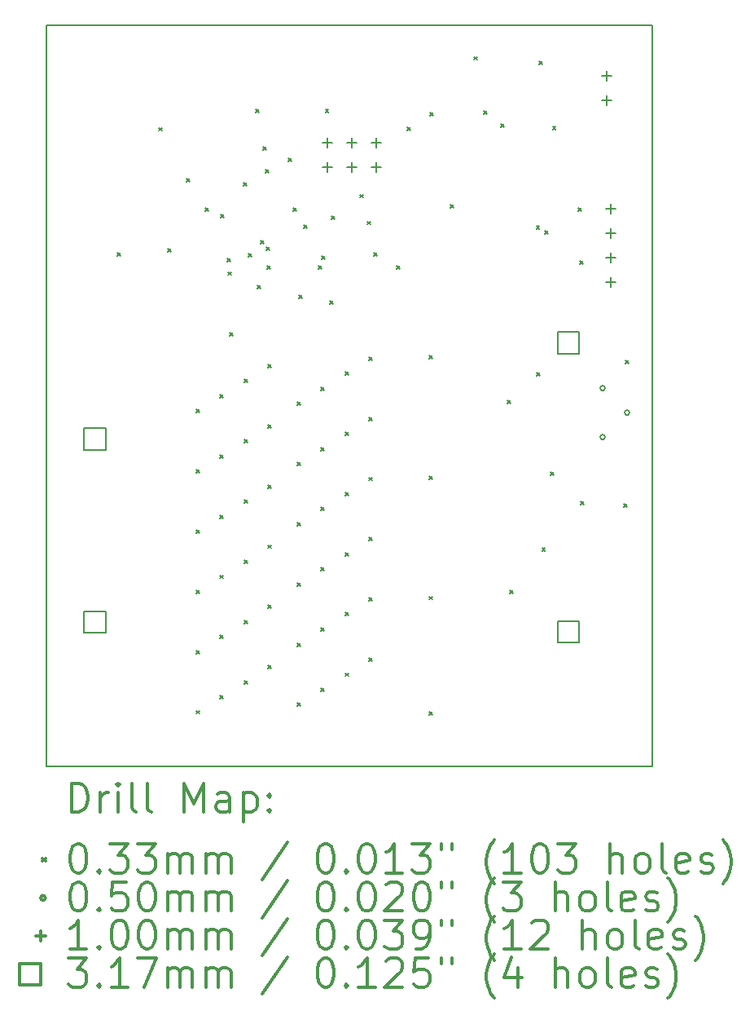
<source format=gbr>
%FSLAX45Y45*%
G04 Gerber Fmt 4.5, Leading zero omitted, Abs format (unit mm)*
G04 Created by KiCad (PCBNEW 4.0.7) date Wed May 23 21:55:30 2018*
%MOMM*%
%LPD*%
G01*
G04 APERTURE LIST*
%ADD10C,0.127000*%
%ADD11C,0.150000*%
%ADD12C,0.200000*%
%ADD13C,0.300000*%
G04 APERTURE END LIST*
D10*
D11*
X6500000Y-12900000D02*
X6500000Y-5200000D01*
X12800000Y-12900000D02*
X6500000Y-12900000D01*
X12800000Y-5200000D02*
X12800000Y-12900000D01*
X6500000Y-5200000D02*
X12800000Y-5200000D01*
D12*
X7238492Y-7563866D02*
X7271512Y-7596886D01*
X7271512Y-7563866D02*
X7238492Y-7596886D01*
X7675880Y-6265418D02*
X7708900Y-6298438D01*
X7708900Y-6265418D02*
X7675880Y-6298438D01*
X7761732Y-7520432D02*
X7794752Y-7553452D01*
X7794752Y-7520432D02*
X7761732Y-7553452D01*
X7958582Y-6793230D02*
X7991602Y-6826250D01*
X7991602Y-6793230D02*
X7958582Y-6826250D01*
X8061452Y-9193490D02*
X8094472Y-9226510D01*
X8094472Y-9193490D02*
X8061452Y-9226510D01*
X8061452Y-9818490D02*
X8094472Y-9851510D01*
X8094472Y-9818490D02*
X8061452Y-9851510D01*
X8061452Y-10443490D02*
X8094472Y-10476510D01*
X8094472Y-10443490D02*
X8061452Y-10476510D01*
X8061452Y-11068490D02*
X8094472Y-11101510D01*
X8094472Y-11068490D02*
X8061452Y-11101510D01*
X8061452Y-11695990D02*
X8094472Y-11729010D01*
X8094472Y-11695990D02*
X8061452Y-11729010D01*
X8061452Y-12318490D02*
X8094472Y-12351510D01*
X8094472Y-12318490D02*
X8061452Y-12351510D01*
X8158226Y-7097014D02*
X8191246Y-7130034D01*
X8191246Y-7097014D02*
X8158226Y-7130034D01*
X8310880Y-9038490D02*
X8343900Y-9071510D01*
X8343900Y-9038490D02*
X8310880Y-9071510D01*
X8310880Y-9663490D02*
X8343900Y-9696510D01*
X8343900Y-9663490D02*
X8310880Y-9696510D01*
X8310880Y-10288490D02*
X8343900Y-10321510D01*
X8343900Y-10288490D02*
X8310880Y-10321510D01*
X8310880Y-10913490D02*
X8343900Y-10946510D01*
X8343900Y-10913490D02*
X8310880Y-10946510D01*
X8310880Y-11538490D02*
X8343900Y-11571510D01*
X8343900Y-11538490D02*
X8310880Y-11571510D01*
X8310880Y-12163490D02*
X8343900Y-12196510D01*
X8343900Y-12163490D02*
X8310880Y-12196510D01*
X8318500Y-7167118D02*
X8351520Y-7200138D01*
X8351520Y-7167118D02*
X8318500Y-7200138D01*
X8386213Y-7624116D02*
X8419233Y-7657136D01*
X8419233Y-7624116D02*
X8386213Y-7657136D01*
X8391778Y-7763811D02*
X8424798Y-7796831D01*
X8424798Y-7763811D02*
X8391778Y-7796831D01*
X8411968Y-8392156D02*
X8444988Y-8425176D01*
X8444988Y-8392156D02*
X8411968Y-8425176D01*
X8552142Y-6837426D02*
X8585162Y-6870446D01*
X8585162Y-6837426D02*
X8552142Y-6870446D01*
X8560562Y-8880348D02*
X8593582Y-8913368D01*
X8593582Y-8880348D02*
X8560562Y-8913368D01*
X8560562Y-9507220D02*
X8593582Y-9540240D01*
X8593582Y-9507220D02*
X8560562Y-9540240D01*
X8560562Y-10130990D02*
X8593582Y-10164010D01*
X8593582Y-10130990D02*
X8560562Y-10164010D01*
X8560562Y-10755990D02*
X8593582Y-10789010D01*
X8593582Y-10755990D02*
X8560562Y-10789010D01*
X8560562Y-11380990D02*
X8593582Y-11414010D01*
X8593582Y-11380990D02*
X8560562Y-11414010D01*
X8560562Y-12005990D02*
X8593582Y-12039010D01*
X8593582Y-12005990D02*
X8560562Y-12039010D01*
X8605266Y-7570216D02*
X8638286Y-7603236D01*
X8638286Y-7570216D02*
X8605266Y-7603236D01*
X8678672Y-6073140D02*
X8711692Y-6106160D01*
X8711692Y-6073140D02*
X8678672Y-6106160D01*
X8696198Y-7900098D02*
X8729218Y-7933118D01*
X8729218Y-7900098D02*
X8696198Y-7933118D01*
X8732558Y-7441205D02*
X8765578Y-7474225D01*
X8765578Y-7441205D02*
X8732558Y-7474225D01*
X8758936Y-6462268D02*
X8791956Y-6495288D01*
X8791956Y-6462268D02*
X8758936Y-6495288D01*
X8783574Y-6702044D02*
X8816594Y-6735064D01*
X8816594Y-6702044D02*
X8783574Y-6735064D01*
X8789967Y-7502280D02*
X8822987Y-7535300D01*
X8822987Y-7502280D02*
X8789967Y-7535300D01*
X8796513Y-7698486D02*
X8829533Y-7731506D01*
X8829533Y-7698486D02*
X8796513Y-7731506D01*
X8810244Y-8725916D02*
X8843264Y-8758936D01*
X8843264Y-8725916D02*
X8810244Y-8758936D01*
X8810244Y-9350248D02*
X8843264Y-9383268D01*
X8843264Y-9350248D02*
X8810244Y-9383268D01*
X8810244Y-9975850D02*
X8843264Y-10008870D01*
X8843264Y-9975850D02*
X8810244Y-10008870D01*
X8810244Y-10600436D02*
X8843264Y-10633456D01*
X8843264Y-10600436D02*
X8810244Y-10633456D01*
X8810244Y-11224514D02*
X8843264Y-11257534D01*
X8843264Y-11224514D02*
X8810244Y-11257534D01*
X8810244Y-11849354D02*
X8843264Y-11882374D01*
X8843264Y-11849354D02*
X8810244Y-11882374D01*
X9022080Y-6579870D02*
X9055100Y-6612890D01*
X9055100Y-6579870D02*
X9022080Y-6612890D01*
X9068054Y-7099046D02*
X9101074Y-7132066D01*
X9101074Y-7099046D02*
X9068054Y-7132066D01*
X9108490Y-9116060D02*
X9141510Y-9149080D01*
X9141510Y-9116060D02*
X9108490Y-9149080D01*
X9108490Y-9740900D02*
X9141510Y-9773920D01*
X9141510Y-9740900D02*
X9108490Y-9773920D01*
X9108490Y-10365740D02*
X9141510Y-10398760D01*
X9141510Y-10365740D02*
X9108490Y-10398760D01*
X9108490Y-10990580D02*
X9141510Y-11023600D01*
X9141510Y-10990580D02*
X9108490Y-11023600D01*
X9108490Y-11616690D02*
X9141510Y-11649710D01*
X9141510Y-11616690D02*
X9108490Y-11649710D01*
X9108490Y-12240260D02*
X9141510Y-12273280D01*
X9141510Y-12240260D02*
X9108490Y-12273280D01*
X9130284Y-8002778D02*
X9163304Y-8035798D01*
X9163304Y-8002778D02*
X9130284Y-8035798D01*
X9180322Y-7278580D02*
X9213342Y-7311600D01*
X9213342Y-7278580D02*
X9180322Y-7311600D01*
X9331960Y-7698486D02*
X9364980Y-7731506D01*
X9364980Y-7698486D02*
X9331960Y-7731506D01*
X9358490Y-8959850D02*
X9391510Y-8992870D01*
X9391510Y-8959850D02*
X9358490Y-8992870D01*
X9358490Y-9584690D02*
X9391510Y-9617710D01*
X9391510Y-9584690D02*
X9358490Y-9617710D01*
X9358490Y-10209530D02*
X9391510Y-10242550D01*
X9391510Y-10209530D02*
X9358490Y-10242550D01*
X9358490Y-10834370D02*
X9391510Y-10867390D01*
X9391510Y-10834370D02*
X9358490Y-10867390D01*
X9358490Y-11459210D02*
X9391510Y-11492230D01*
X9391510Y-11459210D02*
X9358490Y-11492230D01*
X9358490Y-12085320D02*
X9391510Y-12118340D01*
X9391510Y-12085320D02*
X9358490Y-12118340D01*
X9362186Y-7601458D02*
X9395206Y-7634478D01*
X9395206Y-7601458D02*
X9362186Y-7634478D01*
X9403588Y-6073140D02*
X9436608Y-6106160D01*
X9436608Y-6073140D02*
X9403588Y-6106160D01*
X9451594Y-8067548D02*
X9484614Y-8100568D01*
X9484614Y-8067548D02*
X9451594Y-8100568D01*
X9467596Y-7187184D02*
X9500616Y-7220204D01*
X9500616Y-7187184D02*
X9467596Y-7220204D01*
X9608490Y-8803640D02*
X9641510Y-8836660D01*
X9641510Y-8803640D02*
X9608490Y-8836660D01*
X9608490Y-9428480D02*
X9641510Y-9461500D01*
X9641510Y-9428480D02*
X9608490Y-9461500D01*
X9608490Y-10053320D02*
X9641510Y-10086340D01*
X9641510Y-10053320D02*
X9608490Y-10086340D01*
X9608490Y-10679430D02*
X9641510Y-10712450D01*
X9641510Y-10679430D02*
X9608490Y-10712450D01*
X9608490Y-11301730D02*
X9641510Y-11334750D01*
X9641510Y-11301730D02*
X9608490Y-11334750D01*
X9608490Y-11929110D02*
X9641510Y-11962130D01*
X9641510Y-11929110D02*
X9608490Y-11962130D01*
X9762490Y-6959346D02*
X9795510Y-6992366D01*
X9795510Y-6959346D02*
X9762490Y-6992366D01*
X9836912Y-7239000D02*
X9869932Y-7272020D01*
X9869932Y-7239000D02*
X9836912Y-7272020D01*
X9858490Y-8647430D02*
X9891510Y-8680450D01*
X9891510Y-8647430D02*
X9858490Y-8680450D01*
X9858490Y-9272270D02*
X9891510Y-9305290D01*
X9891510Y-9272270D02*
X9858490Y-9305290D01*
X9858490Y-9897110D02*
X9891510Y-9930130D01*
X9891510Y-9897110D02*
X9858490Y-9930130D01*
X9858490Y-10523220D02*
X9891510Y-10556240D01*
X9891510Y-10523220D02*
X9858490Y-10556240D01*
X9858490Y-11148060D02*
X9891510Y-11181080D01*
X9891510Y-11148060D02*
X9858490Y-11181080D01*
X9858490Y-11772900D02*
X9891510Y-11805920D01*
X9891510Y-11772900D02*
X9858490Y-11805920D01*
X9910081Y-7562865D02*
X9943101Y-7595885D01*
X9943101Y-7562865D02*
X9910081Y-7595885D01*
X10143744Y-7698486D02*
X10176764Y-7731506D01*
X10176764Y-7698486D02*
X10143744Y-7731506D01*
X10254488Y-6260846D02*
X10287508Y-6293866D01*
X10287508Y-6260846D02*
X10254488Y-6293866D01*
X10483490Y-8633490D02*
X10516510Y-8666510D01*
X10516510Y-8633490D02*
X10483490Y-8666510D01*
X10483490Y-9883490D02*
X10516510Y-9916510D01*
X10516510Y-9883490D02*
X10483490Y-9916510D01*
X10483490Y-11133490D02*
X10516510Y-11166510D01*
X10516510Y-11133490D02*
X10483490Y-11166510D01*
X10483490Y-12333490D02*
X10516510Y-12366510D01*
X10516510Y-12333490D02*
X10483490Y-12366510D01*
X10491978Y-6107430D02*
X10524998Y-6140450D01*
X10524998Y-6107430D02*
X10491978Y-6140450D01*
X10705084Y-7061454D02*
X10738104Y-7094474D01*
X10738104Y-7061454D02*
X10705084Y-7094474D01*
X10945876Y-5528564D02*
X10978896Y-5561584D01*
X10978896Y-5528564D02*
X10945876Y-5561584D01*
X11052302Y-6089396D02*
X11085322Y-6122416D01*
X11085322Y-6089396D02*
X11052302Y-6122416D01*
X11226038Y-6224524D02*
X11259058Y-6257544D01*
X11259058Y-6224524D02*
X11226038Y-6257544D01*
X11292078Y-9099448D02*
X11325098Y-9132468D01*
X11325098Y-9099448D02*
X11292078Y-9132468D01*
X11318748Y-11072876D02*
X11351768Y-11105896D01*
X11351768Y-11072876D02*
X11318748Y-11105896D01*
X11596624Y-7282942D02*
X11629644Y-7315962D01*
X11629644Y-7282942D02*
X11596624Y-7315962D01*
X11602466Y-8807450D02*
X11635486Y-8840470D01*
X11635486Y-8807450D02*
X11602466Y-8840470D01*
X11625580Y-5573522D02*
X11658600Y-5606542D01*
X11658600Y-5573522D02*
X11625580Y-5606542D01*
X11656060Y-10628122D02*
X11689080Y-10661142D01*
X11689080Y-10628122D02*
X11656060Y-10661142D01*
X11688849Y-7333945D02*
X11721869Y-7366965D01*
X11721869Y-7333945D02*
X11688849Y-7366965D01*
X11742928Y-9841738D02*
X11775948Y-9874758D01*
X11775948Y-9841738D02*
X11742928Y-9874758D01*
X11765534Y-6251956D02*
X11798554Y-6284976D01*
X11798554Y-6251956D02*
X11765534Y-6284976D01*
X12035790Y-7099300D02*
X12068810Y-7132320D01*
X12068810Y-7099300D02*
X12035790Y-7132320D01*
X12047220Y-7647686D02*
X12080240Y-7680706D01*
X12080240Y-7647686D02*
X12047220Y-7680706D01*
X12058904Y-10144506D02*
X12091924Y-10177526D01*
X12091924Y-10144506D02*
X12058904Y-10177526D01*
X12507799Y-10174298D02*
X12540819Y-10207318D01*
X12540819Y-10174298D02*
X12507799Y-10207318D01*
X12526772Y-8684006D02*
X12559792Y-8717026D01*
X12559792Y-8684006D02*
X12526772Y-8717026D01*
X12311742Y-8971026D02*
G75*
G03X12311742Y-8971026I-25000J0D01*
G01*
X12311742Y-9479026D02*
G75*
G03X12311742Y-9479026I-25000J0D01*
G01*
X12565742Y-9225026D02*
G75*
G03X12565742Y-9225026I-25000J0D01*
G01*
X9425432Y-6369342D02*
X9425432Y-6469342D01*
X9375432Y-6419342D02*
X9475432Y-6419342D01*
X9425432Y-6623342D02*
X9425432Y-6723342D01*
X9375432Y-6673342D02*
X9475432Y-6673342D01*
X9679432Y-6369342D02*
X9679432Y-6469342D01*
X9629432Y-6419342D02*
X9729432Y-6419342D01*
X9679432Y-6623342D02*
X9679432Y-6723342D01*
X9629432Y-6673342D02*
X9729432Y-6673342D01*
X9933432Y-6369342D02*
X9933432Y-6469342D01*
X9883432Y-6419342D02*
X9983432Y-6419342D01*
X9933432Y-6623342D02*
X9933432Y-6723342D01*
X9883432Y-6673342D02*
X9983432Y-6673342D01*
X12329922Y-5675160D02*
X12329922Y-5775160D01*
X12279922Y-5725160D02*
X12379922Y-5725160D01*
X12329922Y-5929160D02*
X12329922Y-6029160D01*
X12279922Y-5979160D02*
X12379922Y-5979160D01*
X12371324Y-7054380D02*
X12371324Y-7154380D01*
X12321324Y-7104380D02*
X12421324Y-7104380D01*
X12371324Y-7308380D02*
X12371324Y-7408380D01*
X12321324Y-7358380D02*
X12421324Y-7358380D01*
X12371324Y-7562380D02*
X12371324Y-7662380D01*
X12321324Y-7612380D02*
X12421324Y-7612380D01*
X12371324Y-7816380D02*
X12371324Y-7916380D01*
X12321324Y-7866380D02*
X12421324Y-7866380D01*
X7118714Y-9612254D02*
X7118714Y-9387746D01*
X6894206Y-9387746D01*
X6894206Y-9612254D01*
X7118714Y-9612254D01*
X7118714Y-11512254D02*
X7118714Y-11287746D01*
X6894206Y-11287746D01*
X6894206Y-11512254D01*
X7118714Y-11512254D01*
X12044554Y-8612254D02*
X12044554Y-8387746D01*
X11820046Y-8387746D01*
X11820046Y-8612254D01*
X12044554Y-8612254D01*
X12044554Y-11612254D02*
X12044554Y-11387746D01*
X11820046Y-11387746D01*
X11820046Y-11612254D01*
X12044554Y-11612254D01*
D13*
X6763928Y-13373214D02*
X6763928Y-13073214D01*
X6835357Y-13073214D01*
X6878214Y-13087500D01*
X6906786Y-13116071D01*
X6921071Y-13144643D01*
X6935357Y-13201786D01*
X6935357Y-13244643D01*
X6921071Y-13301786D01*
X6906786Y-13330357D01*
X6878214Y-13358929D01*
X6835357Y-13373214D01*
X6763928Y-13373214D01*
X7063928Y-13373214D02*
X7063928Y-13173214D01*
X7063928Y-13230357D02*
X7078214Y-13201786D01*
X7092500Y-13187500D01*
X7121071Y-13173214D01*
X7149643Y-13173214D01*
X7249643Y-13373214D02*
X7249643Y-13173214D01*
X7249643Y-13073214D02*
X7235357Y-13087500D01*
X7249643Y-13101786D01*
X7263928Y-13087500D01*
X7249643Y-13073214D01*
X7249643Y-13101786D01*
X7435357Y-13373214D02*
X7406786Y-13358929D01*
X7392500Y-13330357D01*
X7392500Y-13073214D01*
X7592500Y-13373214D02*
X7563928Y-13358929D01*
X7549643Y-13330357D01*
X7549643Y-13073214D01*
X7935357Y-13373214D02*
X7935357Y-13073214D01*
X8035357Y-13287500D01*
X8135357Y-13073214D01*
X8135357Y-13373214D01*
X8406786Y-13373214D02*
X8406786Y-13216071D01*
X8392500Y-13187500D01*
X8363928Y-13173214D01*
X8306786Y-13173214D01*
X8278214Y-13187500D01*
X8406786Y-13358929D02*
X8378214Y-13373214D01*
X8306786Y-13373214D01*
X8278214Y-13358929D01*
X8263928Y-13330357D01*
X8263928Y-13301786D01*
X8278214Y-13273214D01*
X8306786Y-13258929D01*
X8378214Y-13258929D01*
X8406786Y-13244643D01*
X8549643Y-13173214D02*
X8549643Y-13473214D01*
X8549643Y-13187500D02*
X8578214Y-13173214D01*
X8635357Y-13173214D01*
X8663929Y-13187500D01*
X8678214Y-13201786D01*
X8692500Y-13230357D01*
X8692500Y-13316071D01*
X8678214Y-13344643D01*
X8663929Y-13358929D01*
X8635357Y-13373214D01*
X8578214Y-13373214D01*
X8549643Y-13358929D01*
X8821071Y-13344643D02*
X8835357Y-13358929D01*
X8821071Y-13373214D01*
X8806786Y-13358929D01*
X8821071Y-13344643D01*
X8821071Y-13373214D01*
X8821071Y-13187500D02*
X8835357Y-13201786D01*
X8821071Y-13216071D01*
X8806786Y-13201786D01*
X8821071Y-13187500D01*
X8821071Y-13216071D01*
X6459480Y-13850990D02*
X6492500Y-13884010D01*
X6492500Y-13850990D02*
X6459480Y-13884010D01*
X6821071Y-13703214D02*
X6849643Y-13703214D01*
X6878214Y-13717500D01*
X6892500Y-13731786D01*
X6906786Y-13760357D01*
X6921071Y-13817500D01*
X6921071Y-13888929D01*
X6906786Y-13946071D01*
X6892500Y-13974643D01*
X6878214Y-13988929D01*
X6849643Y-14003214D01*
X6821071Y-14003214D01*
X6792500Y-13988929D01*
X6778214Y-13974643D01*
X6763928Y-13946071D01*
X6749643Y-13888929D01*
X6749643Y-13817500D01*
X6763928Y-13760357D01*
X6778214Y-13731786D01*
X6792500Y-13717500D01*
X6821071Y-13703214D01*
X7049643Y-13974643D02*
X7063928Y-13988929D01*
X7049643Y-14003214D01*
X7035357Y-13988929D01*
X7049643Y-13974643D01*
X7049643Y-14003214D01*
X7163928Y-13703214D02*
X7349643Y-13703214D01*
X7249643Y-13817500D01*
X7292500Y-13817500D01*
X7321071Y-13831786D01*
X7335357Y-13846071D01*
X7349643Y-13874643D01*
X7349643Y-13946071D01*
X7335357Y-13974643D01*
X7321071Y-13988929D01*
X7292500Y-14003214D01*
X7206786Y-14003214D01*
X7178214Y-13988929D01*
X7163928Y-13974643D01*
X7449643Y-13703214D02*
X7635357Y-13703214D01*
X7535357Y-13817500D01*
X7578214Y-13817500D01*
X7606786Y-13831786D01*
X7621071Y-13846071D01*
X7635357Y-13874643D01*
X7635357Y-13946071D01*
X7621071Y-13974643D01*
X7606786Y-13988929D01*
X7578214Y-14003214D01*
X7492500Y-14003214D01*
X7463928Y-13988929D01*
X7449643Y-13974643D01*
X7763928Y-14003214D02*
X7763928Y-13803214D01*
X7763928Y-13831786D02*
X7778214Y-13817500D01*
X7806786Y-13803214D01*
X7849643Y-13803214D01*
X7878214Y-13817500D01*
X7892500Y-13846071D01*
X7892500Y-14003214D01*
X7892500Y-13846071D02*
X7906786Y-13817500D01*
X7935357Y-13803214D01*
X7978214Y-13803214D01*
X8006786Y-13817500D01*
X8021071Y-13846071D01*
X8021071Y-14003214D01*
X8163928Y-14003214D02*
X8163928Y-13803214D01*
X8163928Y-13831786D02*
X8178214Y-13817500D01*
X8206786Y-13803214D01*
X8249643Y-13803214D01*
X8278214Y-13817500D01*
X8292500Y-13846071D01*
X8292500Y-14003214D01*
X8292500Y-13846071D02*
X8306786Y-13817500D01*
X8335357Y-13803214D01*
X8378214Y-13803214D01*
X8406786Y-13817500D01*
X8421071Y-13846071D01*
X8421071Y-14003214D01*
X9006786Y-13688929D02*
X8749643Y-14074643D01*
X9392500Y-13703214D02*
X9421071Y-13703214D01*
X9449643Y-13717500D01*
X9463928Y-13731786D01*
X9478214Y-13760357D01*
X9492500Y-13817500D01*
X9492500Y-13888929D01*
X9478214Y-13946071D01*
X9463928Y-13974643D01*
X9449643Y-13988929D01*
X9421071Y-14003214D01*
X9392500Y-14003214D01*
X9363928Y-13988929D01*
X9349643Y-13974643D01*
X9335357Y-13946071D01*
X9321071Y-13888929D01*
X9321071Y-13817500D01*
X9335357Y-13760357D01*
X9349643Y-13731786D01*
X9363928Y-13717500D01*
X9392500Y-13703214D01*
X9621071Y-13974643D02*
X9635357Y-13988929D01*
X9621071Y-14003214D01*
X9606786Y-13988929D01*
X9621071Y-13974643D01*
X9621071Y-14003214D01*
X9821071Y-13703214D02*
X9849643Y-13703214D01*
X9878214Y-13717500D01*
X9892500Y-13731786D01*
X9906786Y-13760357D01*
X9921071Y-13817500D01*
X9921071Y-13888929D01*
X9906786Y-13946071D01*
X9892500Y-13974643D01*
X9878214Y-13988929D01*
X9849643Y-14003214D01*
X9821071Y-14003214D01*
X9792500Y-13988929D01*
X9778214Y-13974643D01*
X9763928Y-13946071D01*
X9749643Y-13888929D01*
X9749643Y-13817500D01*
X9763928Y-13760357D01*
X9778214Y-13731786D01*
X9792500Y-13717500D01*
X9821071Y-13703214D01*
X10206786Y-14003214D02*
X10035357Y-14003214D01*
X10121071Y-14003214D02*
X10121071Y-13703214D01*
X10092500Y-13746071D01*
X10063928Y-13774643D01*
X10035357Y-13788929D01*
X10306786Y-13703214D02*
X10492500Y-13703214D01*
X10392500Y-13817500D01*
X10435357Y-13817500D01*
X10463928Y-13831786D01*
X10478214Y-13846071D01*
X10492500Y-13874643D01*
X10492500Y-13946071D01*
X10478214Y-13974643D01*
X10463928Y-13988929D01*
X10435357Y-14003214D01*
X10349643Y-14003214D01*
X10321071Y-13988929D01*
X10306786Y-13974643D01*
X10606786Y-13703214D02*
X10606786Y-13760357D01*
X10721071Y-13703214D02*
X10721071Y-13760357D01*
X11163928Y-14117500D02*
X11149643Y-14103214D01*
X11121071Y-14060357D01*
X11106786Y-14031786D01*
X11092500Y-13988929D01*
X11078214Y-13917500D01*
X11078214Y-13860357D01*
X11092500Y-13788929D01*
X11106786Y-13746071D01*
X11121071Y-13717500D01*
X11149643Y-13674643D01*
X11163928Y-13660357D01*
X11435357Y-14003214D02*
X11263928Y-14003214D01*
X11349643Y-14003214D02*
X11349643Y-13703214D01*
X11321071Y-13746071D01*
X11292500Y-13774643D01*
X11263928Y-13788929D01*
X11621071Y-13703214D02*
X11649643Y-13703214D01*
X11678214Y-13717500D01*
X11692500Y-13731786D01*
X11706785Y-13760357D01*
X11721071Y-13817500D01*
X11721071Y-13888929D01*
X11706785Y-13946071D01*
X11692500Y-13974643D01*
X11678214Y-13988929D01*
X11649643Y-14003214D01*
X11621071Y-14003214D01*
X11592500Y-13988929D01*
X11578214Y-13974643D01*
X11563928Y-13946071D01*
X11549643Y-13888929D01*
X11549643Y-13817500D01*
X11563928Y-13760357D01*
X11578214Y-13731786D01*
X11592500Y-13717500D01*
X11621071Y-13703214D01*
X11821071Y-13703214D02*
X12006785Y-13703214D01*
X11906785Y-13817500D01*
X11949643Y-13817500D01*
X11978214Y-13831786D01*
X11992500Y-13846071D01*
X12006785Y-13874643D01*
X12006785Y-13946071D01*
X11992500Y-13974643D01*
X11978214Y-13988929D01*
X11949643Y-14003214D01*
X11863928Y-14003214D01*
X11835357Y-13988929D01*
X11821071Y-13974643D01*
X12363928Y-14003214D02*
X12363928Y-13703214D01*
X12492500Y-14003214D02*
X12492500Y-13846071D01*
X12478214Y-13817500D01*
X12449643Y-13803214D01*
X12406785Y-13803214D01*
X12378214Y-13817500D01*
X12363928Y-13831786D01*
X12678214Y-14003214D02*
X12649643Y-13988929D01*
X12635357Y-13974643D01*
X12621071Y-13946071D01*
X12621071Y-13860357D01*
X12635357Y-13831786D01*
X12649643Y-13817500D01*
X12678214Y-13803214D01*
X12721071Y-13803214D01*
X12749643Y-13817500D01*
X12763928Y-13831786D01*
X12778214Y-13860357D01*
X12778214Y-13946071D01*
X12763928Y-13974643D01*
X12749643Y-13988929D01*
X12721071Y-14003214D01*
X12678214Y-14003214D01*
X12949643Y-14003214D02*
X12921071Y-13988929D01*
X12906786Y-13960357D01*
X12906786Y-13703214D01*
X13178214Y-13988929D02*
X13149643Y-14003214D01*
X13092500Y-14003214D01*
X13063928Y-13988929D01*
X13049643Y-13960357D01*
X13049643Y-13846071D01*
X13063928Y-13817500D01*
X13092500Y-13803214D01*
X13149643Y-13803214D01*
X13178214Y-13817500D01*
X13192500Y-13846071D01*
X13192500Y-13874643D01*
X13049643Y-13903214D01*
X13306786Y-13988929D02*
X13335357Y-14003214D01*
X13392500Y-14003214D01*
X13421071Y-13988929D01*
X13435357Y-13960357D01*
X13435357Y-13946071D01*
X13421071Y-13917500D01*
X13392500Y-13903214D01*
X13349643Y-13903214D01*
X13321071Y-13888929D01*
X13306786Y-13860357D01*
X13306786Y-13846071D01*
X13321071Y-13817500D01*
X13349643Y-13803214D01*
X13392500Y-13803214D01*
X13421071Y-13817500D01*
X13535357Y-14117500D02*
X13549643Y-14103214D01*
X13578214Y-14060357D01*
X13592500Y-14031786D01*
X13606786Y-13988929D01*
X13621071Y-13917500D01*
X13621071Y-13860357D01*
X13606786Y-13788929D01*
X13592500Y-13746071D01*
X13578214Y-13717500D01*
X13549643Y-13674643D01*
X13535357Y-13660357D01*
X6492500Y-14263500D02*
G75*
G03X6492500Y-14263500I-25000J0D01*
G01*
X6821071Y-14099214D02*
X6849643Y-14099214D01*
X6878214Y-14113500D01*
X6892500Y-14127786D01*
X6906786Y-14156357D01*
X6921071Y-14213500D01*
X6921071Y-14284929D01*
X6906786Y-14342071D01*
X6892500Y-14370643D01*
X6878214Y-14384929D01*
X6849643Y-14399214D01*
X6821071Y-14399214D01*
X6792500Y-14384929D01*
X6778214Y-14370643D01*
X6763928Y-14342071D01*
X6749643Y-14284929D01*
X6749643Y-14213500D01*
X6763928Y-14156357D01*
X6778214Y-14127786D01*
X6792500Y-14113500D01*
X6821071Y-14099214D01*
X7049643Y-14370643D02*
X7063928Y-14384929D01*
X7049643Y-14399214D01*
X7035357Y-14384929D01*
X7049643Y-14370643D01*
X7049643Y-14399214D01*
X7335357Y-14099214D02*
X7192500Y-14099214D01*
X7178214Y-14242071D01*
X7192500Y-14227786D01*
X7221071Y-14213500D01*
X7292500Y-14213500D01*
X7321071Y-14227786D01*
X7335357Y-14242071D01*
X7349643Y-14270643D01*
X7349643Y-14342071D01*
X7335357Y-14370643D01*
X7321071Y-14384929D01*
X7292500Y-14399214D01*
X7221071Y-14399214D01*
X7192500Y-14384929D01*
X7178214Y-14370643D01*
X7535357Y-14099214D02*
X7563928Y-14099214D01*
X7592500Y-14113500D01*
X7606786Y-14127786D01*
X7621071Y-14156357D01*
X7635357Y-14213500D01*
X7635357Y-14284929D01*
X7621071Y-14342071D01*
X7606786Y-14370643D01*
X7592500Y-14384929D01*
X7563928Y-14399214D01*
X7535357Y-14399214D01*
X7506786Y-14384929D01*
X7492500Y-14370643D01*
X7478214Y-14342071D01*
X7463928Y-14284929D01*
X7463928Y-14213500D01*
X7478214Y-14156357D01*
X7492500Y-14127786D01*
X7506786Y-14113500D01*
X7535357Y-14099214D01*
X7763928Y-14399214D02*
X7763928Y-14199214D01*
X7763928Y-14227786D02*
X7778214Y-14213500D01*
X7806786Y-14199214D01*
X7849643Y-14199214D01*
X7878214Y-14213500D01*
X7892500Y-14242071D01*
X7892500Y-14399214D01*
X7892500Y-14242071D02*
X7906786Y-14213500D01*
X7935357Y-14199214D01*
X7978214Y-14199214D01*
X8006786Y-14213500D01*
X8021071Y-14242071D01*
X8021071Y-14399214D01*
X8163928Y-14399214D02*
X8163928Y-14199214D01*
X8163928Y-14227786D02*
X8178214Y-14213500D01*
X8206786Y-14199214D01*
X8249643Y-14199214D01*
X8278214Y-14213500D01*
X8292500Y-14242071D01*
X8292500Y-14399214D01*
X8292500Y-14242071D02*
X8306786Y-14213500D01*
X8335357Y-14199214D01*
X8378214Y-14199214D01*
X8406786Y-14213500D01*
X8421071Y-14242071D01*
X8421071Y-14399214D01*
X9006786Y-14084929D02*
X8749643Y-14470643D01*
X9392500Y-14099214D02*
X9421071Y-14099214D01*
X9449643Y-14113500D01*
X9463928Y-14127786D01*
X9478214Y-14156357D01*
X9492500Y-14213500D01*
X9492500Y-14284929D01*
X9478214Y-14342071D01*
X9463928Y-14370643D01*
X9449643Y-14384929D01*
X9421071Y-14399214D01*
X9392500Y-14399214D01*
X9363928Y-14384929D01*
X9349643Y-14370643D01*
X9335357Y-14342071D01*
X9321071Y-14284929D01*
X9321071Y-14213500D01*
X9335357Y-14156357D01*
X9349643Y-14127786D01*
X9363928Y-14113500D01*
X9392500Y-14099214D01*
X9621071Y-14370643D02*
X9635357Y-14384929D01*
X9621071Y-14399214D01*
X9606786Y-14384929D01*
X9621071Y-14370643D01*
X9621071Y-14399214D01*
X9821071Y-14099214D02*
X9849643Y-14099214D01*
X9878214Y-14113500D01*
X9892500Y-14127786D01*
X9906786Y-14156357D01*
X9921071Y-14213500D01*
X9921071Y-14284929D01*
X9906786Y-14342071D01*
X9892500Y-14370643D01*
X9878214Y-14384929D01*
X9849643Y-14399214D01*
X9821071Y-14399214D01*
X9792500Y-14384929D01*
X9778214Y-14370643D01*
X9763928Y-14342071D01*
X9749643Y-14284929D01*
X9749643Y-14213500D01*
X9763928Y-14156357D01*
X9778214Y-14127786D01*
X9792500Y-14113500D01*
X9821071Y-14099214D01*
X10035357Y-14127786D02*
X10049643Y-14113500D01*
X10078214Y-14099214D01*
X10149643Y-14099214D01*
X10178214Y-14113500D01*
X10192500Y-14127786D01*
X10206786Y-14156357D01*
X10206786Y-14184929D01*
X10192500Y-14227786D01*
X10021071Y-14399214D01*
X10206786Y-14399214D01*
X10392500Y-14099214D02*
X10421071Y-14099214D01*
X10449643Y-14113500D01*
X10463928Y-14127786D01*
X10478214Y-14156357D01*
X10492500Y-14213500D01*
X10492500Y-14284929D01*
X10478214Y-14342071D01*
X10463928Y-14370643D01*
X10449643Y-14384929D01*
X10421071Y-14399214D01*
X10392500Y-14399214D01*
X10363928Y-14384929D01*
X10349643Y-14370643D01*
X10335357Y-14342071D01*
X10321071Y-14284929D01*
X10321071Y-14213500D01*
X10335357Y-14156357D01*
X10349643Y-14127786D01*
X10363928Y-14113500D01*
X10392500Y-14099214D01*
X10606786Y-14099214D02*
X10606786Y-14156357D01*
X10721071Y-14099214D02*
X10721071Y-14156357D01*
X11163928Y-14513500D02*
X11149643Y-14499214D01*
X11121071Y-14456357D01*
X11106786Y-14427786D01*
X11092500Y-14384929D01*
X11078214Y-14313500D01*
X11078214Y-14256357D01*
X11092500Y-14184929D01*
X11106786Y-14142071D01*
X11121071Y-14113500D01*
X11149643Y-14070643D01*
X11163928Y-14056357D01*
X11249643Y-14099214D02*
X11435357Y-14099214D01*
X11335357Y-14213500D01*
X11378214Y-14213500D01*
X11406785Y-14227786D01*
X11421071Y-14242071D01*
X11435357Y-14270643D01*
X11435357Y-14342071D01*
X11421071Y-14370643D01*
X11406785Y-14384929D01*
X11378214Y-14399214D01*
X11292500Y-14399214D01*
X11263928Y-14384929D01*
X11249643Y-14370643D01*
X11792500Y-14399214D02*
X11792500Y-14099214D01*
X11921071Y-14399214D02*
X11921071Y-14242071D01*
X11906785Y-14213500D01*
X11878214Y-14199214D01*
X11835357Y-14199214D01*
X11806785Y-14213500D01*
X11792500Y-14227786D01*
X12106785Y-14399214D02*
X12078214Y-14384929D01*
X12063928Y-14370643D01*
X12049643Y-14342071D01*
X12049643Y-14256357D01*
X12063928Y-14227786D01*
X12078214Y-14213500D01*
X12106785Y-14199214D01*
X12149643Y-14199214D01*
X12178214Y-14213500D01*
X12192500Y-14227786D01*
X12206785Y-14256357D01*
X12206785Y-14342071D01*
X12192500Y-14370643D01*
X12178214Y-14384929D01*
X12149643Y-14399214D01*
X12106785Y-14399214D01*
X12378214Y-14399214D02*
X12349643Y-14384929D01*
X12335357Y-14356357D01*
X12335357Y-14099214D01*
X12606786Y-14384929D02*
X12578214Y-14399214D01*
X12521071Y-14399214D01*
X12492500Y-14384929D01*
X12478214Y-14356357D01*
X12478214Y-14242071D01*
X12492500Y-14213500D01*
X12521071Y-14199214D01*
X12578214Y-14199214D01*
X12606786Y-14213500D01*
X12621071Y-14242071D01*
X12621071Y-14270643D01*
X12478214Y-14299214D01*
X12735357Y-14384929D02*
X12763928Y-14399214D01*
X12821071Y-14399214D01*
X12849643Y-14384929D01*
X12863928Y-14356357D01*
X12863928Y-14342071D01*
X12849643Y-14313500D01*
X12821071Y-14299214D01*
X12778214Y-14299214D01*
X12749643Y-14284929D01*
X12735357Y-14256357D01*
X12735357Y-14242071D01*
X12749643Y-14213500D01*
X12778214Y-14199214D01*
X12821071Y-14199214D01*
X12849643Y-14213500D01*
X12963928Y-14513500D02*
X12978214Y-14499214D01*
X13006786Y-14456357D01*
X13021071Y-14427786D01*
X13035357Y-14384929D01*
X13049643Y-14313500D01*
X13049643Y-14256357D01*
X13035357Y-14184929D01*
X13021071Y-14142071D01*
X13006786Y-14113500D01*
X12978214Y-14070643D01*
X12963928Y-14056357D01*
X6442500Y-14609500D02*
X6442500Y-14709500D01*
X6392500Y-14659500D02*
X6492500Y-14659500D01*
X6921071Y-14795214D02*
X6749643Y-14795214D01*
X6835357Y-14795214D02*
X6835357Y-14495214D01*
X6806786Y-14538071D01*
X6778214Y-14566643D01*
X6749643Y-14580929D01*
X7049643Y-14766643D02*
X7063928Y-14780929D01*
X7049643Y-14795214D01*
X7035357Y-14780929D01*
X7049643Y-14766643D01*
X7049643Y-14795214D01*
X7249643Y-14495214D02*
X7278214Y-14495214D01*
X7306786Y-14509500D01*
X7321071Y-14523786D01*
X7335357Y-14552357D01*
X7349643Y-14609500D01*
X7349643Y-14680929D01*
X7335357Y-14738071D01*
X7321071Y-14766643D01*
X7306786Y-14780929D01*
X7278214Y-14795214D01*
X7249643Y-14795214D01*
X7221071Y-14780929D01*
X7206786Y-14766643D01*
X7192500Y-14738071D01*
X7178214Y-14680929D01*
X7178214Y-14609500D01*
X7192500Y-14552357D01*
X7206786Y-14523786D01*
X7221071Y-14509500D01*
X7249643Y-14495214D01*
X7535357Y-14495214D02*
X7563928Y-14495214D01*
X7592500Y-14509500D01*
X7606786Y-14523786D01*
X7621071Y-14552357D01*
X7635357Y-14609500D01*
X7635357Y-14680929D01*
X7621071Y-14738071D01*
X7606786Y-14766643D01*
X7592500Y-14780929D01*
X7563928Y-14795214D01*
X7535357Y-14795214D01*
X7506786Y-14780929D01*
X7492500Y-14766643D01*
X7478214Y-14738071D01*
X7463928Y-14680929D01*
X7463928Y-14609500D01*
X7478214Y-14552357D01*
X7492500Y-14523786D01*
X7506786Y-14509500D01*
X7535357Y-14495214D01*
X7763928Y-14795214D02*
X7763928Y-14595214D01*
X7763928Y-14623786D02*
X7778214Y-14609500D01*
X7806786Y-14595214D01*
X7849643Y-14595214D01*
X7878214Y-14609500D01*
X7892500Y-14638071D01*
X7892500Y-14795214D01*
X7892500Y-14638071D02*
X7906786Y-14609500D01*
X7935357Y-14595214D01*
X7978214Y-14595214D01*
X8006786Y-14609500D01*
X8021071Y-14638071D01*
X8021071Y-14795214D01*
X8163928Y-14795214D02*
X8163928Y-14595214D01*
X8163928Y-14623786D02*
X8178214Y-14609500D01*
X8206786Y-14595214D01*
X8249643Y-14595214D01*
X8278214Y-14609500D01*
X8292500Y-14638071D01*
X8292500Y-14795214D01*
X8292500Y-14638071D02*
X8306786Y-14609500D01*
X8335357Y-14595214D01*
X8378214Y-14595214D01*
X8406786Y-14609500D01*
X8421071Y-14638071D01*
X8421071Y-14795214D01*
X9006786Y-14480929D02*
X8749643Y-14866643D01*
X9392500Y-14495214D02*
X9421071Y-14495214D01*
X9449643Y-14509500D01*
X9463928Y-14523786D01*
X9478214Y-14552357D01*
X9492500Y-14609500D01*
X9492500Y-14680929D01*
X9478214Y-14738071D01*
X9463928Y-14766643D01*
X9449643Y-14780929D01*
X9421071Y-14795214D01*
X9392500Y-14795214D01*
X9363928Y-14780929D01*
X9349643Y-14766643D01*
X9335357Y-14738071D01*
X9321071Y-14680929D01*
X9321071Y-14609500D01*
X9335357Y-14552357D01*
X9349643Y-14523786D01*
X9363928Y-14509500D01*
X9392500Y-14495214D01*
X9621071Y-14766643D02*
X9635357Y-14780929D01*
X9621071Y-14795214D01*
X9606786Y-14780929D01*
X9621071Y-14766643D01*
X9621071Y-14795214D01*
X9821071Y-14495214D02*
X9849643Y-14495214D01*
X9878214Y-14509500D01*
X9892500Y-14523786D01*
X9906786Y-14552357D01*
X9921071Y-14609500D01*
X9921071Y-14680929D01*
X9906786Y-14738071D01*
X9892500Y-14766643D01*
X9878214Y-14780929D01*
X9849643Y-14795214D01*
X9821071Y-14795214D01*
X9792500Y-14780929D01*
X9778214Y-14766643D01*
X9763928Y-14738071D01*
X9749643Y-14680929D01*
X9749643Y-14609500D01*
X9763928Y-14552357D01*
X9778214Y-14523786D01*
X9792500Y-14509500D01*
X9821071Y-14495214D01*
X10021071Y-14495214D02*
X10206786Y-14495214D01*
X10106786Y-14609500D01*
X10149643Y-14609500D01*
X10178214Y-14623786D01*
X10192500Y-14638071D01*
X10206786Y-14666643D01*
X10206786Y-14738071D01*
X10192500Y-14766643D01*
X10178214Y-14780929D01*
X10149643Y-14795214D01*
X10063928Y-14795214D01*
X10035357Y-14780929D01*
X10021071Y-14766643D01*
X10349643Y-14795214D02*
X10406786Y-14795214D01*
X10435357Y-14780929D01*
X10449643Y-14766643D01*
X10478214Y-14723786D01*
X10492500Y-14666643D01*
X10492500Y-14552357D01*
X10478214Y-14523786D01*
X10463928Y-14509500D01*
X10435357Y-14495214D01*
X10378214Y-14495214D01*
X10349643Y-14509500D01*
X10335357Y-14523786D01*
X10321071Y-14552357D01*
X10321071Y-14623786D01*
X10335357Y-14652357D01*
X10349643Y-14666643D01*
X10378214Y-14680929D01*
X10435357Y-14680929D01*
X10463928Y-14666643D01*
X10478214Y-14652357D01*
X10492500Y-14623786D01*
X10606786Y-14495214D02*
X10606786Y-14552357D01*
X10721071Y-14495214D02*
X10721071Y-14552357D01*
X11163928Y-14909500D02*
X11149643Y-14895214D01*
X11121071Y-14852357D01*
X11106786Y-14823786D01*
X11092500Y-14780929D01*
X11078214Y-14709500D01*
X11078214Y-14652357D01*
X11092500Y-14580929D01*
X11106786Y-14538071D01*
X11121071Y-14509500D01*
X11149643Y-14466643D01*
X11163928Y-14452357D01*
X11435357Y-14795214D02*
X11263928Y-14795214D01*
X11349643Y-14795214D02*
X11349643Y-14495214D01*
X11321071Y-14538071D01*
X11292500Y-14566643D01*
X11263928Y-14580929D01*
X11549643Y-14523786D02*
X11563928Y-14509500D01*
X11592500Y-14495214D01*
X11663928Y-14495214D01*
X11692500Y-14509500D01*
X11706785Y-14523786D01*
X11721071Y-14552357D01*
X11721071Y-14580929D01*
X11706785Y-14623786D01*
X11535357Y-14795214D01*
X11721071Y-14795214D01*
X12078214Y-14795214D02*
X12078214Y-14495214D01*
X12206785Y-14795214D02*
X12206785Y-14638071D01*
X12192500Y-14609500D01*
X12163928Y-14595214D01*
X12121071Y-14595214D01*
X12092500Y-14609500D01*
X12078214Y-14623786D01*
X12392500Y-14795214D02*
X12363928Y-14780929D01*
X12349643Y-14766643D01*
X12335357Y-14738071D01*
X12335357Y-14652357D01*
X12349643Y-14623786D01*
X12363928Y-14609500D01*
X12392500Y-14595214D01*
X12435357Y-14595214D01*
X12463928Y-14609500D01*
X12478214Y-14623786D01*
X12492500Y-14652357D01*
X12492500Y-14738071D01*
X12478214Y-14766643D01*
X12463928Y-14780929D01*
X12435357Y-14795214D01*
X12392500Y-14795214D01*
X12663928Y-14795214D02*
X12635357Y-14780929D01*
X12621071Y-14752357D01*
X12621071Y-14495214D01*
X12892500Y-14780929D02*
X12863928Y-14795214D01*
X12806786Y-14795214D01*
X12778214Y-14780929D01*
X12763928Y-14752357D01*
X12763928Y-14638071D01*
X12778214Y-14609500D01*
X12806786Y-14595214D01*
X12863928Y-14595214D01*
X12892500Y-14609500D01*
X12906786Y-14638071D01*
X12906786Y-14666643D01*
X12763928Y-14695214D01*
X13021071Y-14780929D02*
X13049643Y-14795214D01*
X13106786Y-14795214D01*
X13135357Y-14780929D01*
X13149643Y-14752357D01*
X13149643Y-14738071D01*
X13135357Y-14709500D01*
X13106786Y-14695214D01*
X13063928Y-14695214D01*
X13035357Y-14680929D01*
X13021071Y-14652357D01*
X13021071Y-14638071D01*
X13035357Y-14609500D01*
X13063928Y-14595214D01*
X13106786Y-14595214D01*
X13135357Y-14609500D01*
X13249643Y-14909500D02*
X13263928Y-14895214D01*
X13292500Y-14852357D01*
X13306786Y-14823786D01*
X13321071Y-14780929D01*
X13335357Y-14709500D01*
X13335357Y-14652357D01*
X13321071Y-14580929D01*
X13306786Y-14538071D01*
X13292500Y-14509500D01*
X13263928Y-14466643D01*
X13249643Y-14452357D01*
X6446004Y-15167754D02*
X6446004Y-14943246D01*
X6221496Y-14943246D01*
X6221496Y-15167754D01*
X6446004Y-15167754D01*
X6735357Y-14891214D02*
X6921071Y-14891214D01*
X6821071Y-15005500D01*
X6863928Y-15005500D01*
X6892500Y-15019786D01*
X6906786Y-15034071D01*
X6921071Y-15062643D01*
X6921071Y-15134071D01*
X6906786Y-15162643D01*
X6892500Y-15176929D01*
X6863928Y-15191214D01*
X6778214Y-15191214D01*
X6749643Y-15176929D01*
X6735357Y-15162643D01*
X7049643Y-15162643D02*
X7063928Y-15176929D01*
X7049643Y-15191214D01*
X7035357Y-15176929D01*
X7049643Y-15162643D01*
X7049643Y-15191214D01*
X7349643Y-15191214D02*
X7178214Y-15191214D01*
X7263928Y-15191214D02*
X7263928Y-14891214D01*
X7235357Y-14934071D01*
X7206786Y-14962643D01*
X7178214Y-14976929D01*
X7449643Y-14891214D02*
X7649643Y-14891214D01*
X7521071Y-15191214D01*
X7763928Y-15191214D02*
X7763928Y-14991214D01*
X7763928Y-15019786D02*
X7778214Y-15005500D01*
X7806786Y-14991214D01*
X7849643Y-14991214D01*
X7878214Y-15005500D01*
X7892500Y-15034071D01*
X7892500Y-15191214D01*
X7892500Y-15034071D02*
X7906786Y-15005500D01*
X7935357Y-14991214D01*
X7978214Y-14991214D01*
X8006786Y-15005500D01*
X8021071Y-15034071D01*
X8021071Y-15191214D01*
X8163928Y-15191214D02*
X8163928Y-14991214D01*
X8163928Y-15019786D02*
X8178214Y-15005500D01*
X8206786Y-14991214D01*
X8249643Y-14991214D01*
X8278214Y-15005500D01*
X8292500Y-15034071D01*
X8292500Y-15191214D01*
X8292500Y-15034071D02*
X8306786Y-15005500D01*
X8335357Y-14991214D01*
X8378214Y-14991214D01*
X8406786Y-15005500D01*
X8421071Y-15034071D01*
X8421071Y-15191214D01*
X9006786Y-14876929D02*
X8749643Y-15262643D01*
X9392500Y-14891214D02*
X9421071Y-14891214D01*
X9449643Y-14905500D01*
X9463928Y-14919786D01*
X9478214Y-14948357D01*
X9492500Y-15005500D01*
X9492500Y-15076929D01*
X9478214Y-15134071D01*
X9463928Y-15162643D01*
X9449643Y-15176929D01*
X9421071Y-15191214D01*
X9392500Y-15191214D01*
X9363928Y-15176929D01*
X9349643Y-15162643D01*
X9335357Y-15134071D01*
X9321071Y-15076929D01*
X9321071Y-15005500D01*
X9335357Y-14948357D01*
X9349643Y-14919786D01*
X9363928Y-14905500D01*
X9392500Y-14891214D01*
X9621071Y-15162643D02*
X9635357Y-15176929D01*
X9621071Y-15191214D01*
X9606786Y-15176929D01*
X9621071Y-15162643D01*
X9621071Y-15191214D01*
X9921071Y-15191214D02*
X9749643Y-15191214D01*
X9835357Y-15191214D02*
X9835357Y-14891214D01*
X9806786Y-14934071D01*
X9778214Y-14962643D01*
X9749643Y-14976929D01*
X10035357Y-14919786D02*
X10049643Y-14905500D01*
X10078214Y-14891214D01*
X10149643Y-14891214D01*
X10178214Y-14905500D01*
X10192500Y-14919786D01*
X10206786Y-14948357D01*
X10206786Y-14976929D01*
X10192500Y-15019786D01*
X10021071Y-15191214D01*
X10206786Y-15191214D01*
X10478214Y-14891214D02*
X10335357Y-14891214D01*
X10321071Y-15034071D01*
X10335357Y-15019786D01*
X10363928Y-15005500D01*
X10435357Y-15005500D01*
X10463928Y-15019786D01*
X10478214Y-15034071D01*
X10492500Y-15062643D01*
X10492500Y-15134071D01*
X10478214Y-15162643D01*
X10463928Y-15176929D01*
X10435357Y-15191214D01*
X10363928Y-15191214D01*
X10335357Y-15176929D01*
X10321071Y-15162643D01*
X10606786Y-14891214D02*
X10606786Y-14948357D01*
X10721071Y-14891214D02*
X10721071Y-14948357D01*
X11163928Y-15305500D02*
X11149643Y-15291214D01*
X11121071Y-15248357D01*
X11106786Y-15219786D01*
X11092500Y-15176929D01*
X11078214Y-15105500D01*
X11078214Y-15048357D01*
X11092500Y-14976929D01*
X11106786Y-14934071D01*
X11121071Y-14905500D01*
X11149643Y-14862643D01*
X11163928Y-14848357D01*
X11406785Y-14991214D02*
X11406785Y-15191214D01*
X11335357Y-14876929D02*
X11263928Y-15091214D01*
X11449643Y-15091214D01*
X11792500Y-15191214D02*
X11792500Y-14891214D01*
X11921071Y-15191214D02*
X11921071Y-15034071D01*
X11906785Y-15005500D01*
X11878214Y-14991214D01*
X11835357Y-14991214D01*
X11806785Y-15005500D01*
X11792500Y-15019786D01*
X12106785Y-15191214D02*
X12078214Y-15176929D01*
X12063928Y-15162643D01*
X12049643Y-15134071D01*
X12049643Y-15048357D01*
X12063928Y-15019786D01*
X12078214Y-15005500D01*
X12106785Y-14991214D01*
X12149643Y-14991214D01*
X12178214Y-15005500D01*
X12192500Y-15019786D01*
X12206785Y-15048357D01*
X12206785Y-15134071D01*
X12192500Y-15162643D01*
X12178214Y-15176929D01*
X12149643Y-15191214D01*
X12106785Y-15191214D01*
X12378214Y-15191214D02*
X12349643Y-15176929D01*
X12335357Y-15148357D01*
X12335357Y-14891214D01*
X12606786Y-15176929D02*
X12578214Y-15191214D01*
X12521071Y-15191214D01*
X12492500Y-15176929D01*
X12478214Y-15148357D01*
X12478214Y-15034071D01*
X12492500Y-15005500D01*
X12521071Y-14991214D01*
X12578214Y-14991214D01*
X12606786Y-15005500D01*
X12621071Y-15034071D01*
X12621071Y-15062643D01*
X12478214Y-15091214D01*
X12735357Y-15176929D02*
X12763928Y-15191214D01*
X12821071Y-15191214D01*
X12849643Y-15176929D01*
X12863928Y-15148357D01*
X12863928Y-15134071D01*
X12849643Y-15105500D01*
X12821071Y-15091214D01*
X12778214Y-15091214D01*
X12749643Y-15076929D01*
X12735357Y-15048357D01*
X12735357Y-15034071D01*
X12749643Y-15005500D01*
X12778214Y-14991214D01*
X12821071Y-14991214D01*
X12849643Y-15005500D01*
X12963928Y-15305500D02*
X12978214Y-15291214D01*
X13006786Y-15248357D01*
X13021071Y-15219786D01*
X13035357Y-15176929D01*
X13049643Y-15105500D01*
X13049643Y-15048357D01*
X13035357Y-14976929D01*
X13021071Y-14934071D01*
X13006786Y-14905500D01*
X12978214Y-14862643D01*
X12963928Y-14848357D01*
M02*

</source>
